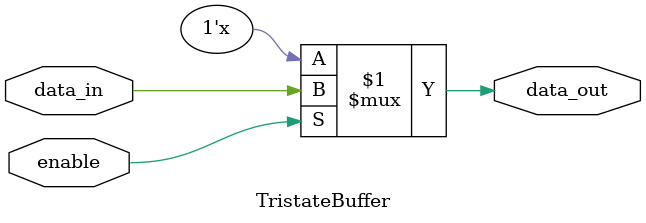
<source format=v>
`ifndef TRISTATE_BUFFER_V
`define TRISTATE_BUFFER_V

module TristateBuffer(
  data_in,
  data_out,
  enable
);

  parameter data_width = 1;
  input wire[data_width-1:0] data_in;
  input wire enable;
  output wire[data_width-1:0] data_out;

  generate
    genvar i;
    for (i = 0; i < data_width; i = i + 1)
      assign data_out[i] = (enable) ? data_in[i] : 1'bz;
  endgenerate

endmodule // TristateBuffer

`endif
</source>
